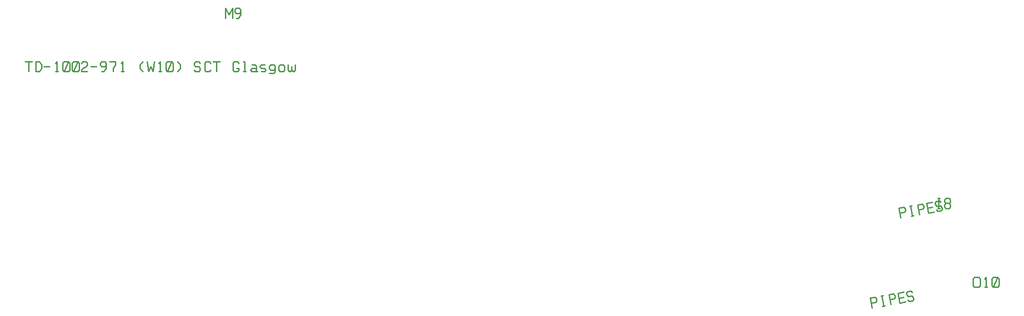
<source format=gbr>
*
G4_C Author: OrCAD GerbTool(tm) 8.1.1 Thu Jun 19 01:37:11 2003*
%LPD*%
%LNsilkscreen*%
%FSLAX34Y34*%
%MOIN*%
%AD*%
%AMD25R98*
20,1,0.025000,0.000000,-0.035000,0.000000,0.035000,98.600000*
%
%AMD10R98*
20,1,0.050000,-0.025000,0.000000,0.025000,0.000000,98.600000*
%
%AMD25R98N2*
20,1,0.025000,0.000000,-0.035000,0.000000,0.035000,98.600000*
%
%AMD10R98N2*
20,1,0.050000,-0.025000,0.000000,0.025000,0.000000,98.600000*
%
%AMD25R86*
20,1,0.025000,0.000000,-0.035000,0.000000,0.035000,86.080000*
%
%AMD10R86*
20,1,0.050000,-0.025000,0.000000,0.025000,0.000000,86.080000*
%
%AMD16R5*
20,1,0.025000,-0.035000,0.000000,0.035000,0.000000,5.450000*
%
%AMD10R5*
20,1,0.050000,-0.025000,0.000000,0.025000,0.000000,5.450000*
%
%AMD16R5N2*
20,1,0.025000,-0.035000,0.000000,0.035000,0.000000,5.450000*
%
%AMD10R5N2*
20,1,0.050000,-0.025000,0.000000,0.025000,0.000000,5.450000*
%
%AMD32R3*
20,1,0.025000,0.034920,-0.002390,-0.034920,0.002390,3.950000*
%
%AMD33R3*
20,1,0.050000,-0.001710,-0.024940,0.001710,0.024940,3.950000*
%
%AMD32R3N2*
20,1,0.025000,0.034920,-0.002390,-0.034920,0.002390,3.910000*
%
%AMD33R3N2*
20,1,0.050000,-0.001710,-0.024940,0.001710,0.024940,3.910000*
%
%AMD32R3N3*
20,1,0.025000,0.034920,-0.002390,-0.034920,0.002390,3.920000*
%
%AMD33R3N3*
20,1,0.050000,-0.001710,-0.024940,0.001710,0.024940,3.920000*
%
%AMD29R94*
20,1,0.022000,0.000000,-0.040000,0.000000,0.040000,94.300000*
%
%AMD54R94*
20,1,0.050000,-0.025000,0.000000,0.025000,0.000000,94.300000*
%
%AMD29R94N2*
20,1,0.022000,0.000000,-0.040000,0.000000,0.040000,94.000000*
%
%AMD54R94N2*
20,1,0.050000,-0.025000,0.000000,0.025000,0.000000,94.000000*
%
%AMD57R1*
20,1,0.022000,0.039890,0.003000,-0.039890,-0.003000,1.000000*
%
%AMD58R1*
20,1,0.050000,0.001870,-0.024930,-0.001870,0.024930,1.000000*
%
%AMD61R1*
20,1,0.022000,0.039830,0.003700,-0.039830,-0.003700,1.000000*
%
%AMD62R1*
20,1,0.050000,0.002300,-0.024890,-0.002300,0.024890,1.000000*
%
%AMD63R1*
20,1,0.022000,0.039760,0.004390,-0.039760,-0.004390,1.000000*
%
%AMD64R1*
20,1,0.050000,0.002730,-0.024850,-0.002730,0.024850,1.000000*
%
%AMD59R1*
20,1,0.022000,0.039900,0.002790,-0.039900,-0.002790,1.000000*
%
%AMD60R1*
20,1,0.050000,0.001740,-0.024940,-0.001740,0.024940,1.000000*
%
%AMD67R1*
20,1,0.022000,0.039850,0.003490,-0.039850,-0.003490,1.000000*
%
%AMD68R1*
20,1,0.050000,0.002170,-0.024910,-0.002170,0.024910,1.000000*
%
%AMD69R1*
20,1,0.022000,0.039780,0.004180,-0.039780,-0.004180,1.000000*
%
%AMD70R1*
20,1,0.050000,0.002600,-0.024870,-0.002600,0.024870,1.000000*
%
%AMD71R1*
20,1,0.022000,0.039700,0.004870,-0.039700,-0.004870,1.000000*
%
%AMD72R1*
20,1,0.050000,0.003030,-0.024820,-0.003030,0.024820,1.000000*
%
%AMD73R1*
20,1,0.022000,0.039610,0.005560,-0.039610,-0.005560,1.000000*
%
%AMD74R1*
20,1,0.050000,0.003460,-0.024760,-0.003460,0.024760,1.000000*
%
%AMD75R1*
20,1,0.022000,0.039510,0.006250,-0.039510,-0.006250,1.000000*
%
%AMD76R1*
20,1,0.050000,0.003890,-0.024700,-0.003890,0.024700,1.000000*
%
%AMD77R1*
20,1,0.022000,0.039390,0.006940,-0.039390,-0.006940,1.000000*
%
%AMD78R1*
20,1,0.050000,0.004320,-0.024630,-0.004320,0.024630,1.000000*
%
%AMD79R359*
20,1,0.022000,0.039260,0.007630,-0.039260,-0.007630,359.000000*
%
%AMD80R359*
20,1,0.050000,0.004750,-0.024550,-0.004750,0.024550,359.000000*
%
%AMD81R359*
20,1,0.022000,0.039390,0.006940,-0.039390,-0.006940,359.000000*
%
%AMD82R359*
20,1,0.050000,0.004320,-0.024630,-0.004320,0.024630,359.000000*
%
%AMD83R359*
20,1,0.022000,0.039510,0.006250,-0.039510,-0.006250,359.000000*
%
%AMD84R359*
20,1,0.050000,0.003890,-0.024700,-0.003890,0.024700,359.000000*
%
%AMD85R359*
20,1,0.022000,0.039610,0.005560,-0.039610,-0.005560,359.000000*
%
%AMD86R359*
20,1,0.050000,0.003460,-0.024760,-0.003460,0.024760,359.000000*
%
%AMD87R359*
20,1,0.022000,0.039700,0.004870,-0.039700,-0.004870,359.000000*
%
%AMD88R359*
20,1,0.050000,0.003030,-0.024820,-0.003030,0.024820,359.000000*
%
%ADD10R,0.050000X0.050000*%
%ADD11C,0.006000*%
%ADD12C,0.019000*%
%ADD13C,0.007900*%
%ADD14C,0.005000*%
%ADD15C,0.000800*%
%ADD16R,0.070000X0.025000*%
%ADD17R,0.068000X0.023000*%
%ADD18C,0.006000*%
%ADD19C,0.009800*%
%ADD20C,0.010000*%
%ADD21C,0.030000*%
%ADD22C,0.060000*%
%ADD23C,0.035000*%
%ADD24C,0.055000*%
%ADD25R,0.025000X0.070000*%
%ADD26C,0.010000*%
%ADD27R,0.029000X0.058000*%
%ADD28R,0.031000X0.060000*%
%ADD29R,0.022000X0.080000*%
%ADD30R,0.024000X0.082000*%
%ADD31D10R98N2*%
%ADD32D25R86*%
%ADD33D10R86*%
%ADD34D16R5*%
%ADD35D10R5*%
%ADD36D16R5N2*%
%ADD37D10R5N2*%
%ADD38D25R98N2*%
%ADD39D10R98N2*%
%ADD40D25R86*%
%ADD41D10R86*%
%ADD42D16R5*%
%ADD43D10R5*%
%ADD44D16R5N2*%
%ADD45D10R5N2*%
%ADD46D32R3*%
%ADD47D33R3*%
%ADD48R,0.070000X0.025000*%
%ADD49D33R3N2*%
%ADD50C,0.011000*%
%ADD51C,0.036000*%
%ADD52C,0.015000*%
%ADD53R,0.070000X0.025000*%
%ADD54R,0.050000X0.050000*%
%ADD55C,0.010000*%
%ADD56C,0.010000*%
%ADD57D29R94*%
%ADD58D54R94*%
%ADD59D29R94N2*%
%ADD60D54R94N2*%
%ADD61D57R1*%
%ADD62D58R1*%
%ADD63D61R1*%
%ADD64D62R1*%
%ADD65D63R1*%
%ADD66D64R1*%
%ADD67D59R1*%
%ADD68D60R1*%
%ADD69D67R1*%
%ADD70D68R1*%
%ADD71D69R1*%
%ADD72D70R1*%
%ADD73D71R1*%
%ADD74D72R1*%
%ADD75D73R1*%
%ADD76D74R1*%
%ADD77D75R1*%
%ADD78D76R1*%
%ADD79D77R1*%
%ADD80D78R1*%
%ADD81D79R359*%
%ADD82D80R359*%
%ADD83D81R359*%
%ADD84D82R359*%
%ADD85D83R359*%
%ADD86D84R359*%
%ADD87D85R359*%
%ADD88D86R359*%
%ADD89D87R359*%
%ADD90D88R359*%
%ADD256R,0.058000X0.029000*%
G4_C OrCAD GerbTool Tool List *
G4_D50 1 0.0110 T 0 0*
G4_D51 3 0.0360 T 0 0*
G4_D52 2 0.0150 T 0 0*
G54D20*
G1X16199Y34352D2*
G1X16199Y33602D1*
G1X15937Y34352D2*
G1X16462Y34352D1*
G1X16987Y34352D2*
G1X17162Y34102D1*
G1X17162Y33852D1*
G1X16987Y33602D1*
G1X16724Y34352D2*
G1X16724Y33602D1*
G1X16724Y34352D2*
G1X16987Y34352D1*
G1X16987Y33602D2*
G1X16724Y33602D1*
G1X17337Y33977D2*
G1X17774Y33977D1*
G1X18299Y34352D2*
G1X18299Y33602D1*
G1X18212Y33602D2*
G1X18387Y33602D1*
G1X18299Y34352D2*
G1X18212Y34227D1*
G1X18824Y34352D2*
G1X19174Y34352D1*
G1X19262Y34227D1*
G1X19262Y33727D1*
G1X19174Y33602D1*
G1X18824Y33602D1*
G1X18737Y33727D1*
G1X18737Y34227D1*
G1X18824Y34352D1*
G1X19174Y34352D2*
G1X18824Y33602D1*
G1X19524Y34352D2*
G1X19874Y34352D1*
G1X19962Y34227D1*
G1X19962Y33727D1*
G1X19874Y33602D1*
G1X19524Y33602D1*
G1X19437Y33727D1*
G1X19437Y34227D1*
G1X19524Y34352D1*
G1X19874Y34352D2*
G1X19524Y33602D1*
G1X20137Y34227D2*
G1X20224Y34352D1*
G1X20487Y34352D1*
G1X20574Y34227D1*
G1X20574Y34102D1*
G1X20487Y33977D1*
G1X20224Y33852D1*
G1X20137Y33727D1*
G1X20137Y33602D1*
G1X20574Y33602D1*
G1X20837Y33977D2*
G1X21274Y33977D1*
G1X21887Y33977D2*
G1X21624Y33977D1*
G1X21537Y34102D1*
G1X21537Y34227D1*
G1X21624Y34352D1*
G1X21887Y34352D1*
G1X21974Y34227D1*
G1X21974Y33852D1*
G1X21799Y33602D1*
G1X21624Y33602D1*
G1X21887Y33977D2*
G1X21974Y34102D1*
G1X22237Y34352D2*
G1X22674Y34352D1*
G1X22674Y34102D1*
G1X22499Y33852D1*
G1X22499Y33602D1*
G1X23199Y34352D2*
G1X23199Y33602D1*
G1X23112Y33602D2*
G1X23287Y33602D1*
G1X23199Y34352D2*
G1X23112Y34227D1*
G1X24687Y34352D2*
G1X24512Y34102D1*
G1X24512Y33852D1*
G1X24687Y33602D1*
G1X25037Y34352D2*
G1X25124Y33602D1*
G1X25299Y33977D1*
G1X25474Y33602D1*
G1X25562Y34352D1*
G1X25999Y34352D2*
G1X25999Y33602D1*
G1X25912Y33602D2*
G1X26087Y33602D1*
G1X25999Y34352D2*
G1X25912Y34227D1*
G1X26524Y34352D2*
G1X26874Y34352D1*
G1X26962Y34227D1*
G1X26962Y33727D1*
G1X26874Y33602D1*
G1X26524Y33602D1*
G1X26437Y33727D1*
G1X26437Y34227D1*
G1X26524Y34352D1*
G1X26874Y34352D2*
G1X26524Y33602D1*
G1X27312Y34352D2*
G1X27487Y34102D1*
G1X27487Y33852D1*
G1X27312Y33602D1*
G1X28974Y34227D2*
G1X28887Y34352D1*
G1X28624Y34352D1*
G1X28537Y34227D1*
G1X28537Y34102D1*
G1X28974Y33852D2*
G1X28974Y33727D1*
G1X28887Y33602D1*
G1X28624Y33602D1*
G1X28537Y33727D1*
G1X28537Y34102D2*
G1X28624Y33977D1*
G1X28887Y33977D1*
G1X28974Y33852D1*
G1X29762Y34227D2*
G1X29674Y34352D1*
G1X29412Y34352D1*
G1X29412Y33602D2*
G1X29674Y33602D1*
G1X29762Y33727D1*
G1X29324Y34227D2*
G1X29324Y33727D1*
G1X29412Y34352D2*
G1X29324Y34227D1*
G1X29324Y33727D2*
G1X29412Y33602D1*
G1X30199Y34352D2*
G1X30199Y33602D1*
G1X29937Y34352D2*
G1X30462Y34352D1*
G1X31862Y34227D2*
G1X31774Y34352D1*
G1X31512Y34352D1*
G1X31862Y33852D2*
G1X31687Y33852D1*
G1X31512Y34352D2*
G1X31424Y34227D1*
G1X31424Y33727D1*
G1X31512Y33602D1*
G1X31862Y33852D2*
G1X31862Y33727D1*
G1X31774Y33602D1*
G1X31512Y33602D1*
G1X32299Y34352D2*
G1X32299Y33602D1*
G1X32299Y34352D2*
G1X32212Y34352D1*
G1X32212Y33602D2*
G1X32387Y33602D1*
G1X32824Y34102D2*
G1X33087Y34102D1*
G1X33174Y33977D1*
G1X33174Y33602D1*
G1X33262Y33602D1*
G1X32824Y33852D2*
G1X32737Y33727D1*
G1X32824Y33602D1*
G1X32824Y33852D2*
G1X33174Y33852D1*
G1X33174Y33727D2*
G1X33087Y33602D1*
G1X32824Y33602D1*
G1X33524Y34102D2*
G1X33437Y33977D1*
G1X33524Y33852D1*
G1X33787Y33852D1*
G1X33874Y33727D1*
G1X33787Y33602D1*
G1X33524Y34102D2*
G1X33787Y34102D1*
G1X33524Y33602D2*
G1X33787Y33602D1*
G1X34224Y34102D2*
G1X34137Y33977D1*
G1X34137Y33852D1*
G1X34224Y33727D1*
G1X34487Y33477D2*
G1X34137Y33477D1*
G1X34574Y33602D2*
G1X34487Y33477D1*
G1X34224Y33727D2*
G1X34487Y33727D1*
G1X34574Y33852D1*
G1X34224Y34102D2*
G1X34487Y34102D1*
G1X34574Y33977D1*
G1X34574Y33602D1*
G1X34924Y34102D2*
G1X35187Y34102D1*
G1X35274Y33977D1*
G1X35274Y33727D1*
G1X35187Y33602D1*
G1X34924Y33602D1*
G1X34837Y33727D1*
G1X34837Y33977D1*
G1X34924Y34102D1*
G1X35537Y34102D2*
G1X35537Y33727D1*
G1X35624Y33602D1*
G1X35712Y33602D1*
G1X35799Y33727D1*
G1X35799Y33977D1*
G1X35799Y33727D2*
G1X35887Y33602D1*
G1X35974Y33602D1*
G1X36062Y33727D1*
G1X36062Y34102D1*
G1X86693Y18255D2*
G1X86606Y18130D1*
G1X86606Y17630D1*
G1X86693Y17505D1*
G1X87043Y17505D1*
G1X87131Y17630D1*
G1X87131Y18130D1*
G1X87043Y18255D1*
G1X86693Y18255D1*
G1X87568Y18255D2*
G1X87568Y17505D1*
G1X87481Y17505D2*
G1X87656Y17505D1*
G1X87568Y18255D2*
G1X87481Y18130D1*
G1X88093Y18255D2*
G1X88443Y18255D1*
G1X88531Y18130D1*
G1X88531Y17630D1*
G1X88443Y17505D1*
G1X88093Y17505D1*
G1X88006Y17630D1*
G1X88006Y18130D1*
G1X88093Y18255D1*
G1X88443Y18255D2*
G1X88093Y17505D1*
G1X84042Y24139D2*
G1X84042Y23389D1*
G1X83954Y24139D2*
G1X84129Y24139D1*
G1X84129Y23389D2*
G1X83954Y23389D1*
G1X84567Y24139D2*
G1X84829Y24139D1*
G1X84917Y24014D1*
G1X84917Y23889D1*
G1X84829Y23764D1*
G1X84917Y23639D1*
G1X84917Y23514D1*
G1X84829Y23389D1*
G1X84567Y23389D1*
G1X84479Y23514D1*
G1X84479Y23639D1*
G1X84567Y23764D1*
G1X84479Y23889D1*
G1X84479Y24014D1*
G1X84567Y24139D1*
G1X84567Y23764D2*
G1X84829Y23764D1*
G1X31394Y37582D2*
G1X31394Y38332D1*
G1X30869Y38332D2*
G1X30869Y37582D1*
G1X30869Y38332D2*
G1X31132Y37832D1*
G1X31394Y38332D1*
G1X31919Y37957D2*
G1X31657Y37957D1*
G1X31569Y38082D1*
G1X31569Y38207D1*
G1X31657Y38332D1*
G1X31919Y38332D1*
G1X32007Y38207D1*
G1X32007Y37832D1*
G1X31832Y37582D1*
G1X31657Y37582D1*
G1X31919Y37957D2*
G1X32007Y38082D1*
G1X79289Y16758D2*
G1X79397Y16650D1*
G1X79419Y16527D1*
G1X79354Y16389D1*
G1X78944Y16697D2*
G1X79075Y15959D1*
G1X79289Y16758D2*
G1X78944Y16697D1*
G1X79354Y16389D2*
G1X79009Y16328D1*
G1X79806Y16849D2*
G1X79936Y16111D1*
G1X79720Y16834D2*
G1X79892Y16865D1*
G1X80022Y16126D2*
G1X79850Y16096D1*
G1X80668Y17001D2*
G1X80776Y16893D1*
G1X80797Y16770D1*
G1X80733Y16632D1*
G1X80323Y16941D2*
G1X80453Y16202D1*
G1X80668Y17001D2*
G1X80323Y16941D1*
G1X80733Y16632D2*
G1X80388Y16571D1*
G1X81012Y17062D2*
G1X81143Y16324D1*
G1X81012Y17062D2*
G1X81443Y17138D1*
G1X81143Y16324D2*
G1X81573Y16399D1*
G1X81077Y16693D2*
G1X81422Y16754D1*
G1X82068Y17121D2*
G1X81960Y17229D1*
G1X81702Y17184D1*
G1X81637Y17045D1*
G1X81659Y16922D1*
G1X82133Y16752D2*
G1X82155Y16629D1*
G1X82090Y16491D1*
G1X81832Y16445D1*
G1X81724Y16553D1*
G1X81659Y16922D2*
G1X81767Y16814D1*
G1X82025Y16860D1*
G1X82133Y16752D1*
G1X81428Y23479D2*
G1X81536Y23371D1*
G1X81557Y23248D1*
G1X81493Y23109D1*
G1X81083Y23418D2*
G1X81213Y22679D1*
G1X81428Y23479D2*
G1X81083Y23418D1*
G1X81493Y23109D2*
G1X81148Y23049D1*
G1X81945Y23570D2*
G1X82075Y22831D1*
G1X81859Y23555D2*
G1X82031Y23585D1*
G1X82161Y22846D2*
G1X81989Y22816D1*
G1X82807Y23722D2*
G1X82914Y23614D1*
G1X82936Y23491D1*
G1X82872Y23352D1*
G1X82462Y23661D2*
G1X82592Y22922D1*
G1X82807Y23722D2*
G1X82462Y23661D1*
G1X82872Y23352D2*
G1X82527Y23292D1*
G1X83151Y23783D2*
G1X83282Y23044D1*
G1X83151Y23783D2*
G1X83582Y23858D1*
G1X83282Y23044D2*
G1X83712Y23120D1*
G1X83216Y23413D2*
G1X83561Y23474D1*
G1X84207Y23842D2*
G1X84099Y23950D1*
G1X83841Y23904D1*
G1X83776Y23766D1*
G1X83798Y23643D1*
G1X84272Y23472D2*
G1X84294Y23349D1*
G1X84229Y23211D1*
G1X83971Y23165D1*
G1X83863Y23273D1*
G1X83798Y23643D2*
G1X83906Y23535D1*
G1X84164Y23580D1*
G1X84272Y23472D1*
M2*

</source>
